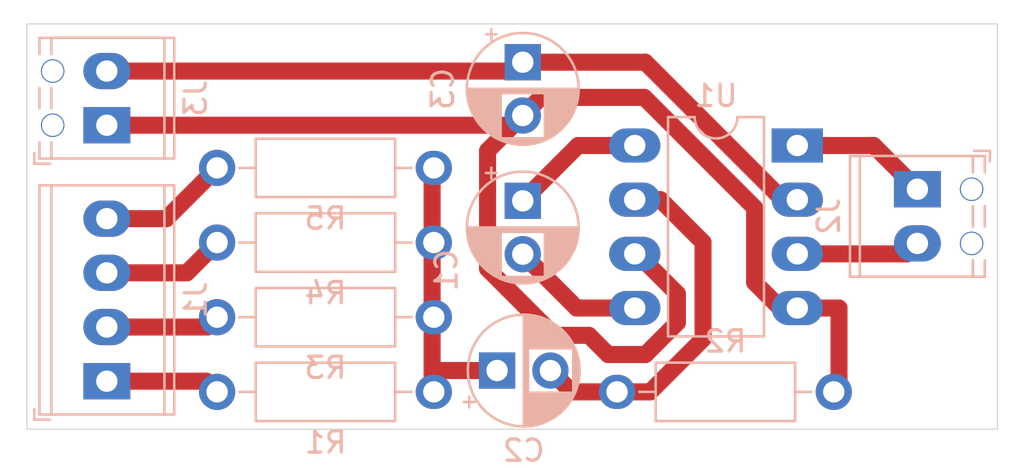
<source format=kicad_pcb>
(kicad_pcb (version 20240108) (generator "pcbnew") (generator_version "8.0")
  (title_block (date "2024-06-26") (rev "1"))
  (layers (0 "F.Cu" signal) (31 "B.Cu" signal) (34 "B.Paste" user) (35 "F.Paste" user) (36 "B.SilkS" user "B.Silkscreen") (37 "F.SilkS" user "F.Silkscreen") (38 "B.Mask" user) (39 "F.Mask" user) (44 "Edge.Cuts" user))
  (net 0 "")
  (net 1 "Net-(U1A--)")
  (net 2 "Net-(U1B--)")
  (net 3 "Net-(U1A-+)")
  (net 4 "Net-(C2-Pad1)")
  (net 5 "+5V")
  (net 6 "GND")
  (net 7 "Net-(J1-Pin_1)")
  (net 8 "Net-(J1-Pin_2)")
  (net 9 "Net-(J2-Pin_1)")
  (net 10 "Net-(J2-Pin_2)")
  (net 11 "Net-(J1-Pin_3)")
  (net 12 "Net-(J1-Pin_4)")
  (footprint "Package_DIP:DIP-8_W7.62mm_LongPads" (layer "B.Cu") (at 122.12 58.7 180)
    (property "Reference" "U1" (at 3.81 2.33 0) (layer "B.SilkS") (effects (justify mirror)))
    (property "Value" "TDA2822M")
    (fp_line (start 6.06 1.33) (end 6.06 -8.95) (stroke (width 0.12)) (layer "B.SilkS"))
    (fp_line (start 6.06 -8.95) (end 1.56 -8.95) (stroke (width 0.12)) (layer "B.SilkS"))
    (fp_line (start 4.81 1.33) (end 6.06 1.33) (stroke (width 0.12)) (layer "B.SilkS"))
    (fp_line (start 1.56 1.33) (end 2.81 1.33) (stroke (width 0.12)) (layer "B.SilkS"))
    (fp_line (start 1.56 -8.95) (end 1.56 1.33) (stroke (width 0.12)) (layer "B.SilkS"))
    (fp_arc (start 2.81 1.33) (mid 3.81 0.33) (end 4.81 1.33) (stroke (width 0.12)) (layer "B.SilkS"))
    (pad "1" thru_hole rect (at 0 0 180) (size 2.4 1.6) (drill 1) (layers "*.Cu" "*.Mask") (net 9 "Net-(J2-Pin_1)"))
    (pad "2" thru_hole oval (at 0 -2.54 180) (size 2.4 1.6) (drill 1) (layers "*.Cu" "*.Mask") (net 5 "+5V"))
    (pad "3" thru_hole oval (at 0 -5.08 180) (size 2.4 1.6) (drill 1) (layers "*.Cu" "*.Mask") (net 10 "Net-(J2-Pin_2)"))
    (pad "4" thru_hole oval (at 0 -7.62 180) (size 2.4 1.6) (drill 1) (layers "*.Cu" "*.Mask") (net 6 "GND"))
    (pad "5" thru_hole oval (at 7.62 -7.62 180) (size 2.4 1.6) (drill 1) (layers "*.Cu" "*.Mask") (net 2 "Net-(U1B--)"))
    (pad "6" thru_hole oval (at 7.62 -5.08 180) (size 2.4 1.6) (drill 1) (layers "*.Cu" "*.Mask") (net 6 "GND"))
    (pad "7" thru_hole oval (at 7.62 -2.54 180) (size 2.4 1.6) (drill 1) (layers "*.Cu" "*.Mask") (net 3 "Net-(U1A-+)"))
    (pad "8" thru_hole oval (at 7.62 0 180) (size 2.4 1.6) (drill 1) (layers "*.Cu" "*.Mask") (net 1 "Net-(U1A--)"))
  )
  (footprint "Capacitor_THT:CP_Radial_D5.0mm_P2.50mm" (layer "B.Cu") (at 108.044887 69.25)
    (property "Reference" "C2" (at 1.25 3.75 0) (layer "B.SilkS") (effects (justify mirror)))
    (property "Value" "10u")
    (fp_line (start -1.304775 1.225) (end -1.304775 1.725) (stroke (width 0.12)) (layer "B.SilkS"))
    (fp_line (start -1.054775 1.475) (end -1.554775 1.475) (stroke (width 0.12)) (layer "B.SilkS"))
    (fp_line (start 1.25 -2.58) (end 1.25 2.58) (stroke (width 0.12)) (layer "B.SilkS"))
    (fp_line (start 1.29 -2.58) (end 1.29 2.58) (stroke (width 0.12)) (layer "B.SilkS"))
    (fp_line (start 1.33 -2.579) (end 1.33 2.579) (stroke (width 0.12)) (layer "B.SilkS"))
    (fp_line (start 1.37 -2.578) (end 1.37 2.578) (stroke (width 0.12)) (layer "B.SilkS"))
    (fp_line (start 1.41 -2.576) (end 1.41 2.576) (stroke (width 0.12)) (layer "B.SilkS"))
    (fp_line (start 1.45 -2.573) (end 1.45 2.573) (stroke (width 0.12)) (layer "B.SilkS"))
    (fp_line (start 1.49 -2.569) (end 1.49 -1.04) (stroke (width 0.12)) (layer "B.SilkS"))
    (fp_line (start 1.49 1.04) (end 1.49 2.569) (stroke (width 0.12)) (layer "B.SilkS"))
    (fp_line (start 1.53 -2.565) (end 1.53 -1.04) (stroke (width 0.12)) (layer "B.SilkS"))
    (fp_line (start 1.53 1.04) (end 1.53 2.565) (stroke (width 0.12)) (layer "B.SilkS"))
    (fp_line (start 1.57 -2.561) (end 1.57 -1.04) (stroke (width 0.12)) (layer "B.SilkS"))
    (fp_line (start 1.57 1.04) (end 1.57 2.561) (stroke (width 0.12)) (layer "B.SilkS"))
    (fp_line (start 1.61 -2.556) (end 1.61 -1.04) (stroke (width 0.12)) (layer "B.SilkS"))
    (fp_line (start 1.61 1.04) (end 1.61 2.556) (stroke (width 0.12)) (layer "B.SilkS"))
    (fp_line (start 1.65 -2.55) (end 1.65 -1.04) (stroke (width 0.12)) (layer "B.SilkS"))
    (fp_line (start 1.65 1.04) (end 1.65 2.55) (stroke (width 0.12)) (layer "B.SilkS"))
    (fp_line (start 1.69 -2.543) (end 1.69 -1.04) (stroke (width 0.12)) (layer "B.SilkS"))
    (fp_line (start 1.69 1.04) (end 1.69 2.543) (stroke (width 0.12)) (layer "B.SilkS"))
    (fp_line (start 1.73 -2.536) (end 1.73 -1.04) (stroke (width 0.12)) (layer "B.SilkS"))
    (fp_line (start 1.73 1.04) (end 1.73 2.536) (stroke (width 0.12)) (layer "B.SilkS"))
    (fp_line (start 1.77 -2.528) (end 1.77 -1.04) (stroke (width 0.12)) (layer "B.SilkS"))
    (fp_line (start 1.77 1.04) (end 1.77 2.528) (stroke (width 0.12)) (layer "B.SilkS"))
    (fp_line (start 1.81 -2.52) (end 1.81 -1.04) (stroke (width 0.12)) (layer "B.SilkS"))
    (fp_line (start 1.81 1.04) (end 1.81 2.52) (stroke (width 0.12)) (layer "B.SilkS"))
    (fp_line (start 1.85 -2.511) (end 1.85 -1.04) (stroke (width 0.12)) (layer "B.SilkS"))
    (fp_line (start 1.85 1.04) (end 1.85 2.511) (stroke (width 0.12)) (layer "B.SilkS"))
    (fp_line (start 1.89 -2.501) (end 1.89 -1.04) (stroke (width 0.12)) (layer "B.SilkS"))
    (fp_line (start 1.89 1.04) (end 1.89 2.501) (stroke (width 0.12)) (layer "B.SilkS"))
    (fp_line (start 1.93 -2.491) (end 1.93 -1.04) (stroke (width 0.12)) (layer "B.SilkS"))
    (fp_line (start 1.93 1.04) (end 1.93 2.491) (stroke (width 0.12)) (layer "B.SilkS"))
    (fp_line (start 1.971 -2.48) (end 1.971 -1.04) (stroke (width 0.12)) (layer "B.SilkS"))
    (fp_line (start 1.971 1.04) (end 1.971 2.48) (stroke (width 0.12)) (layer "B.SilkS"))
    (fp_line (start 2.011 -2.468) (end 2.011 -1.04) (stroke (width 0.12)) (layer "B.SilkS"))
    (fp_line (start 2.011 1.04) (end 2.011 2.468) (stroke (width 0.12)) (layer "B.SilkS"))
    (fp_line (start 2.051 -2.455) (end 2.051 -1.04) (stroke (width 0.12)) (layer "B.SilkS"))
    (fp_line (start 2.051 1.04) (end 2.051 2.455) (stroke (width 0.12)) (layer "B.SilkS"))
    (fp_line (start 2.091 -2.442) (end 2.091 -1.04) (stroke (width 0.12)) (layer "B.SilkS"))
    (fp_line (start 2.091 1.04) (end 2.091 2.442) (stroke (width 0.12)) (layer "B.SilkS"))
    (fp_line (start 2.131 -2.428) (end 2.131 -1.04) (stroke (width 0.12)) (layer "B.SilkS"))
    (fp_line (start 2.131 1.04) (end 2.131 2.428) (stroke (width 0.12)) (layer "B.SilkS"))
    (fp_line (start 2.171 -2.414) (end 2.171 -1.04) (stroke (width 0.12)) (layer "B.SilkS"))
    (fp_line (start 2.171 1.04) (end 2.171 2.414) (stroke (width 0.12)) (layer "B.SilkS"))
    (fp_line (start 2.211 -2.398) (end 2.211 -1.04) (stroke (width 0.12)) (layer "B.SilkS"))
    (fp_line (start 2.211 1.04) (end 2.211 2.398) (stroke (width 0.12)) (layer "B.SilkS"))
    (fp_line (start 2.251 -2.382) (end 2.251 -1.04) (stroke (width 0.12)) (layer "B.SilkS"))
    (fp_line (start 2.251 1.04) (end 2.251 2.382) (stroke (width 0.12)) (layer "B.SilkS"))
    (fp_line (start 2.291 -2.365) (end 2.291 -1.04) (stroke (width 0.12)) (layer "B.SilkS"))
    (fp_line (start 2.291 1.04) (end 2.291 2.365) (stroke (width 0.12)) (layer "B.SilkS"))
    (fp_line (start 2.331 -2.348) (end 2.331 -1.04) (stroke (width 0.12)) (layer "B.SilkS"))
    (fp_line (start 2.331 1.04) (end 2.331 2.348) (stroke (width 0.12)) (layer "B.SilkS"))
    (fp_line (start 2.371 -2.329) (end 2.371 -1.04) (stroke (width 0.12)) (layer "B.SilkS"))
    (fp_line (start 2.371 1.04) (end 2.371 2.329) (stroke (width 0.12)) (layer "B.SilkS"))
    (fp_line (start 2.411 -2.31) (end 2.411 -1.04) (stroke (width 0.12)) (layer "B.SilkS"))
    (fp_line (start 2.411 1.04) (end 2.411 2.31) (stroke (width 0.12)) (layer "B.SilkS"))
    (fp_line (start 2.451 -2.29) (end 2.451 -1.04) (stroke (width 0.12)) (layer "B.SilkS"))
    (fp_line (start 2.451 1.04) (end 2.451 2.29) (stroke (width 0.12)) (layer "B.SilkS"))
    (fp_line (start 2.491 -2.268) (end 2.491 -1.04) (stroke (width 0.12)) (layer "B.SilkS"))
    (fp_line (start 2.491 1.04) (end 2.491 2.268) (stroke (width 0.12)) (layer "B.SilkS"))
    (fp_line (start 2.531 -2.247) (end 2.531 -1.04) (stroke (width 0.12)) (layer "B.SilkS"))
    (fp_line (start 2.531 1.04) (end 2.531 2.247) (stroke (width 0.12)) (layer "B.SilkS"))
    (fp_line (start 2.571 -2.224) (end 2.571 -1.04) (stroke (width 0.12)) (layer "B.SilkS"))
    (fp_line (start 2.571 1.04) (end 2.571 2.224) (stroke (width 0.12)) (layer "B.SilkS"))
    (fp_line (start 2.611 -2.2) (end 2.611 -1.04) (stroke (width 0.12)) (layer "B.SilkS"))
    (fp_line (start 2.611 1.04) (end 2.611 2.2) (stroke (width 0.12)) (layer "B.SilkS"))
    (fp_line (start 2.651 -2.175) (end 2.651 -1.04) (stroke (width 0.12)) (layer "B.SilkS"))
    (fp_line (start 2.651 1.04) (end 2.651 2.175) (stroke (width 0.12)) (layer "B.SilkS"))
    (fp_line (start 2.691 -2.149) (end 2.691 -1.04) (stroke (width 0.12)) (layer "B.SilkS"))
    (fp_line (start 2.691 1.04) (end 2.691 2.149) (stroke (width 0.12)) (layer "B.SilkS"))
    (fp_line (start 2.731 -2.122) (end 2.731 -1.04) (stroke (width 0.12)) (layer "B.SilkS"))
    (fp_line (start 2.731 1.04) (end 2.731 2.122) (stroke (width 0.12)) (layer "B.SilkS"))
    (fp_line (start 2.771 -2.095) (end 2.771 -1.04) (stroke (width 0.12)) (layer "B.SilkS"))
    (fp_line (start 2.771 1.04) (end 2.771 2.095) (stroke (width 0.12)) (layer "B.SilkS"))
    (fp_line (start 2.811 -2.065) (end 2.811 -1.04) (stroke (width 0.12)) (layer "B.SilkS"))
    (fp_line (start 2.811 1.04) (end 2.811 2.065) (stroke (width 0.12)) (layer "B.SilkS"))
    (fp_line (start 2.851 -2.035) (end 2.851 -1.04) (stroke (width 0.12)) (layer "B.SilkS"))
    (fp_line (start 2.851 1.04) (end 2.851 2.035) (stroke (width 0.12)) (layer "B.SilkS"))
    (fp_line (start 2.891 -2.004) (end 2.891 -1.04) (stroke (width 0.12)) (layer "B.SilkS"))
    (fp_line (start 2.891 1.04) (end 2.891 2.004) (stroke (width 0.12)) (layer "B.SilkS"))
    (fp_line (start 2.931 -1.971) (end 2.931 -1.04) (stroke (width 0.12)) (layer "B.SilkS"))
    (fp_line (start 2.931 1.04) (end 2.931 1.971) (stroke (width 0.12)) (layer "B.SilkS"))
    (fp_line (start 2.971 -1.937) (end 2.971 -1.04) (stroke (width 0.12)) (layer "B.SilkS"))
    (fp_line (start 2.971 1.04) (end 2.971 1.937) (stroke (width 0.12)) (layer "B.SilkS"))
    (fp_line (start 3.011 -1.901) (end 3.011 -1.04) (stroke (width 0.12)) (layer "B.SilkS"))
    (fp_line (start 3.011 1.04) (end 3.011 1.901) (stroke (width 0.12)) (layer "B.SilkS"))
    (fp_line (start 3.051 -1.864) (end 3.051 -1.04) (stroke (width 0.12)) (layer "B.SilkS"))
    (fp_line (start 3.051 1.04) (end 3.051 1.864) (stroke (width 0.12)) (layer "B.SilkS"))
    (fp_line (start 3.091 -1.826) (end 3.091 -1.04) (stroke (width 0.12)) (layer "B.SilkS"))
    (fp_line (start 3.091 1.04) (end 3.091 1.826) (stroke (width 0.12)) (layer "B.SilkS"))
    (fp_line (start 3.131 -1.785) (end 3.131 -1.04) (stroke (width 0.12)) (layer "B.SilkS"))
    (fp_line (start 3.131 1.04) (end 3.131 1.785) (stroke (width 0.12)) (layer "B.SilkS"))
    (fp_line (start 3.171 -1.743) (end 3.171 -1.04) (stroke (width 0.12)) (layer "B.SilkS"))
    (fp_line (start 3.171 1.04) (end 3.171 1.743) (stroke (width 0.12)) (layer "B.SilkS"))
    (fp_line (start 3.211 -1.699) (end 3.211 -1.04) (stroke (width 0.12)) (layer "B.SilkS"))
    (fp_line (start 3.211 1.04) (end 3.211 1.699) (stroke (width 0.12)) (layer "B.SilkS"))
    (fp_line (start 3.251 -1.653) (end 3.251 -1.04) (stroke (width 0.12)) (layer "B.SilkS"))
    (fp_line (start 3.251 1.04) (end 3.251 1.653) (stroke (width 0.12)) (layer "B.SilkS"))
    (fp_line (start 3.291 -1.605) (end 3.291 -1.04) (stroke (width 0.12)) (layer "B.SilkS"))
    (fp_line (start 3.291 1.04) (end 3.291 1.605) (stroke (width 0.12)) (layer "B.SilkS"))
    (fp_line (start 3.331 -1.554) (end 3.331 -1.04) (stroke (width 0.12)) (layer "B.SilkS"))
    (fp_line (start 3.331 1.04) (end 3.331 1.554) (stroke (width 0.12)) (layer "B.SilkS"))
    (fp_line (start 3.371 -1.5) (end 3.371 -1.04) (stroke (width 0.12)) (layer "B.SilkS"))
    (fp_line (start 3.371 1.04) (end 3.371 1.5) (stroke (width 0.12)) (layer "B.SilkS"))
    (fp_line (start 3.411 -1.443) (end 3.411 -1.04) (stroke (width 0.12)) (layer "B.SilkS"))
    (fp_line (start 3.411 1.04) (end 3.411 1.443) (stroke (width 0.12)) (layer "B.SilkS"))
    (fp_line (start 3.451 -1.383) (end 3.451 -1.04) (stroke (width 0.12)) (layer "B.SilkS"))
    (fp_line (start 3.451 1.04) (end 3.451 1.383) (stroke (width 0.12)) (layer "B.SilkS"))
    (fp_line (start 3.491 -1.319) (end 3.491 -1.04) (stroke (width 0.12)) (layer "B.SilkS"))
    (fp_line (start 3.491 1.04) (end 3.491 1.319) (stroke (width 0.12)) (layer "B.SilkS"))
    (fp_line (start 3.531 -1.251) (end 3.531 -1.04) (stroke (width 0.12)) (layer "B.SilkS"))
    (fp_line (start 3.531 1.04) (end 3.531 1.251) (stroke (width 0.12)) (layer "B.SilkS"))
    (fp_line (start 3.571 -1.178) (end 3.571 1.178) (stroke (width 0.12)) (layer "B.SilkS"))
    (fp_line (start 3.611 -1.098) (end 3.611 1.098) (stroke (width 0.12)) (layer "B.SilkS"))
    (fp_line (start 3.651 -1.011) (end 3.651 1.011) (stroke (width 0.12)) (layer "B.SilkS"))
    (fp_line (start 3.691 -0.915) (end 3.691 0.915) (stroke (width 0.12)) (layer "B.SilkS"))
    (fp_line (start 3.731 -0.805) (end 3.731 0.805) (stroke (width 0.12)) (layer "B.SilkS"))
    (fp_line (start 3.771 -0.677) (end 3.771 0.677) (stroke (width 0.12)) (layer "B.SilkS"))
    (fp_line (start 3.811 -0.518) (end 3.811 0.518) (stroke (width 0.12)) (layer "B.SilkS"))
    (fp_line (start 3.851 -0.284) (end 3.851 0.284) (stroke (width 0.12)) (layer "B.SilkS"))
    (fp_circle (center 1.25 0) (end 3.87 0) (stroke (width 0.12)) (fill none) (layer "B.SilkS"))
    (pad "1" thru_hole rect (at 0 0) (size 1.7 1.7) (drill 1) (layers "*.Cu" "*.Mask") (net 4 "Net-(C2-Pad1)"))
    (pad "2" thru_hole circle (at 2.5 0) (size 1.7 1.6) (drill 1) (layers "*.Cu" "*.Mask") (net 3 "Net-(U1A-+)"))
  )
  (footprint "Capacitor_THT:CP_Radial_D5.0mm_P2.50mm" (layer "B.Cu") (at 109.25 54.794888 -90)
    (property "Reference" "C3" (at 1.25 3.75 90) (layer "B.SilkS") (effects (justify mirror)))
    (property "Value" "10u")
    (fp_line (start -1.054775 1.475) (end -1.554775 1.475) (stroke (width 0.12)) (layer "B.SilkS"))
    (fp_line (start -1.304775 1.225) (end -1.304775 1.725) (stroke (width 0.12)) (layer "B.SilkS"))
    (fp_line (start 1.49 1.04) (end 1.49 2.569) (stroke (width 0.12)) (layer "B.SilkS"))
    (fp_line (start 1.53 1.04) (end 1.53 2.565) (stroke (width 0.12)) (layer "B.SilkS"))
    (fp_line (start 1.57 1.04) (end 1.57 2.561) (stroke (width 0.12)) (layer "B.SilkS"))
    (fp_line (start 1.61 1.04) (end 1.61 2.556) (stroke (width 0.12)) (layer "B.SilkS"))
    (fp_line (start 1.65 1.04) (end 1.65 2.55) (stroke (width 0.12)) (layer "B.SilkS"))
    (fp_line (start 1.69 1.04) (end 1.69 2.543) (stroke (width 0.12)) (layer "B.SilkS"))
    (fp_line (start 1.73 1.04) (end 1.73 2.536) (stroke (width 0.12)) (layer "B.SilkS"))
    (fp_line (start 1.77 1.04) (end 1.77 2.528) (stroke (width 0.12)) (layer "B.SilkS"))
    (fp_line (start 1.81 1.04) (end 1.81 2.52) (stroke (width 0.12)) (layer "B.SilkS"))
    (fp_line (start 1.85 1.04) (end 1.85 2.511) (stroke (width 0.12)) (layer "B.SilkS"))
    (fp_line (start 1.89 1.04) (end 1.89 2.501) (stroke (width 0.12)) (layer "B.SilkS"))
    (fp_line (start 1.93 1.04) (end 1.93 2.491) (stroke (width 0.12)) (layer "B.SilkS"))
    (fp_line (start 1.971 1.04) (end 1.971 2.48) (stroke (width 0.12)) (layer "B.SilkS"))
    (fp_line (start 2.011 1.04) (end 2.011 2.468) (stroke (width 0.12)) (layer "B.SilkS"))
    (fp_line (start 2.051 1.04) (end 2.051 2.455) (stroke (width 0.12)) (layer "B.SilkS"))
    (fp_line (start 2.091 1.04) (end 2.091 2.442) (stroke (width 0.12)) (layer "B.SilkS"))
    (fp_line (start 2.131 1.04) (end 2.131 2.428) (stroke (width 0.12)) (layer "B.SilkS"))
    (fp_line (start 2.171 1.04) (end 2.171 2.414) (stroke (width 0.12)) (layer "B.SilkS"))
    (fp_line (start 2.211 1.04) (end 2.211 2.398) (stroke (width 0.12)) (layer "B.SilkS"))
    (fp_line (start 2.251 1.04) (end 2.251 2.382) (stroke (width 0.12)) (layer "B.SilkS"))
    (fp_line (start 2.291 1.04) (end 2.291 2.365) (stroke (width 0.12)) (layer "B.SilkS"))
    (fp_line (start 2.331 1.04) (end 2.331 2.348) (stroke (width 0.12)) (layer "B.SilkS"))
    (fp_line (start 2.371 1.04) (end 2.371 2.329) (stroke (width 0.12)) (layer "B.SilkS"))
    (fp_line (start 2.411 1.04) (end 2.411 2.31) (stroke (width 0.12)) (layer "B.SilkS"))
    (fp_line (start 2.451 1.04) (end 2.451 2.29) (stroke (width 0.12)) (layer "B.SilkS"))
    (fp_line (start 2.491 1.04) (end 2.491 2.268) (stroke (width 0.12)) (layer "B.SilkS"))
    (fp_line (start 2.531 1.04) (end 2.531 2.247) (stroke (width 0.12)) (layer "B.SilkS"))
    (fp_line (start 2.571 1.04) (end 2.571 2.224) (stroke (width 0.12)) (layer "B.SilkS"))
    (fp_line (start 2.611 1.04) (end 2.611 2.2) (stroke (width 0.12)) (layer "B.SilkS"))
    (fp_line (start 2.651 1.04) (end 2.651 2.175) (stroke (width 0.12)) (layer "B.SilkS"))
    (fp_line (start 2.691 1.04) (end 2.691 2.149) (stroke (width 0.12)) (layer "B.SilkS"))
    (fp_line (start 2.731 1.04) (end 2.731 2.122) (stroke (width 0.12)) (layer "B.SilkS"))
    (fp_line (start 2.771 1.04) (end 2.771 2.095) (stroke (width 0.12)) (layer "B.SilkS"))
    (fp_line (start 2.811 1.04) (end 2.811 2.065) (stroke (width 0.12)) (layer "B.SilkS"))
    (fp_line (start 2.851 1.04) (end 2.851 2.035) (stroke (width 0.12)) (layer "B.SilkS"))
    (fp_line (start 2.891 1.04) (end 2.891 2.004) (stroke (width 0.12)) (layer "B.SilkS"))
    (fp_line (start 2.931 1.04) (end 2.931 1.971) (stroke (width 0.12)) (layer "B.SilkS"))
    (fp_line (start 2.971 1.04) (end 2.971 1.937) (stroke (width 0.12)) (layer "B.SilkS"))
    (fp_line (start 3.011 1.04) (end 3.011 1.901) (stroke (width 0.12)) (layer "B.SilkS"))
    (fp_line (start 3.051 1.04) (end 3.051 1.864) (stroke (width 0.12)) (layer "B.SilkS"))
    (fp_line (start 3.091 1.04) (end 3.091 1.826) (stroke (width 0.12)) (layer "B.SilkS"))
    (fp_line (start 3.131 1.04) (end 3.131 1.785) (stroke (width 0.12)) (layer "B.SilkS"))
    (fp_line (start 3.171 1.04) (end 3.171 1.743) (stroke (width 0.12)) (layer "B.SilkS"))
    (fp_line (start 3.211 1.04) (end 3.211 1.699) (stroke (width 0.12)) (layer "B.SilkS"))
    (fp_line (start 3.251 1.04) (end 3.251 1.653) (stroke (width 0.12)) (layer "B.SilkS"))
    (fp_line (start 3.291 1.04) (end 3.291 1.605) (stroke (width 0.12)) (layer "B.SilkS"))
    (fp_line (start 3.331 1.04) (end 3.331 1.554) (stroke (width 0.12)) (layer "B.SilkS"))
    (fp_line (start 3.371 1.04) (end 3.371 1.5) (stroke (width 0.12)) (layer "B.SilkS"))
    (fp_line (start 3.411 1.04) (end 3.411 1.443) (stroke (width 0.12)) (layer "B.SilkS"))
    (fp_line (start 3.451 1.04) (end 3.451 1.383) (stroke (width 0.12)) (layer "B.SilkS"))
    (fp_line (start 3.491 1.04) (end 3.491 1.319) (stroke (width 0.12)) (layer "B.SilkS"))
    (fp_line (start 3.531 1.04) (end 3.531 1.251) (stroke (width 0.12)) (layer "B.SilkS"))
    (fp_line (start 3.851 -0.284) (end 3.851 0.284) (stroke (width 0.12)) (layer "B.SilkS"))
    (fp_line (start 3.811 -0.518) (end 3.811 0.518) (stroke (width 0.12)) (layer "B.SilkS"))
    (fp_line (start 3.771 -0.677) (end 3.771 0.677) (stroke (width 0.12)) (layer "B.SilkS"))
    (fp_line (start 3.731 -0.805) (end 3.731 0.805) (stroke (width 0.12)) (layer "B.SilkS"))
    (fp_line (start 3.691 -0.915) (end 3.691 0.915) (stroke (width 0.12)) (layer "B.SilkS"))
    (fp_line (start 3.651 -1.011) (end 3.651 1.011) (stroke (width 0.12)) (layer "B.SilkS"))
    (fp_line (start 3.611 -1.098) (end 3.611 1.098) (stroke (width 0.12)) (layer "B.SilkS"))
    (fp_line (start 3.571 -1.178) (end 3.571 1.178) (stroke (width 0.12)) (layer "B.SilkS"))
    (fp_line (start 3.531 -1.251) (end 3.531 -1.04) (stroke (width 0.12)) (layer "B.SilkS"))
    (fp_line (start 3.491 -1.319) (end 3.491 -1.04) (stroke (width 0.12)) (layer "B.SilkS"))
    (fp_line (start 3.451 -1.383) (end 3.451 -1.04) (stroke (width 0.12)) (layer "B.SilkS"))
    (fp_line (start 3.411 -1.443) (end 3.411 -1.04) (stroke (width 0.12)) (layer "B.SilkS"))
    (fp_line (start 3.371 -1.5) (end 3.371 -1.04) (stroke (width 0.12)) (layer "B.SilkS"))
    (fp_line (start 3.331 -1.554) (end 3.331 -1.04) (stroke (width 0.12)) (layer "B.SilkS"))
    (fp_line (start 3.291 -1.605) (end 3.291 -1.04) (stroke (width 0.12)) (layer "B.SilkS"))
    (fp_line (start 3.251 -1.653) (end 3.251 -1.04) (stroke (width 0.12)) (layer "B.SilkS"))
    (fp_line (start 3.211 -1.699) (end 3.211 -1.04) (stroke (width 0.12)) (layer "B.SilkS"))
    (fp_line (start 3.171 -1.743) (end 3.171 -1.04) (stroke (width 0.12)) (layer "B.SilkS"))
    (fp_line (start 3.131 -1.785) (end 3.131 -1.04) (stroke (width 0.12)) (layer "B.SilkS"))
    (fp_line (start 3.091 -1.826) (end 3.091 -1.04) (stroke (width 0.12)) (layer "B.SilkS"))
    (fp_line (start 3.051 -1.864) (end 3.051 -1.04) (stroke (width 0.12)) (layer "B.SilkS"))
    (fp_line (start 3.011 -1.901) (end 3.011 -1.04) (stroke (width 0.12)) (layer "B.SilkS"))
    (fp_line (start 2.971 -1.937) (end 2.971 -1.04) (stroke (width 0.12)) (layer "B.SilkS"))
    (fp_line (start 2.931 -1.971) (end 2.931 -1.04) (stroke (width 0.12)) (layer "B.SilkS"))
    (fp_line (start 2.891 -2.004) (end 2.891 -1.04) (stroke (width 0.12)) (layer "B.SilkS"))
    (fp_line (start 2.851 -2.035) (end 2.851 -1.04) (stroke (width 0.12)) (layer "B.SilkS"))
    (fp_line (start 2.811 -2.065) (end 2.811 -1.04) (stroke (width 0.12)) (layer "B.SilkS"))
    (fp_line (start 2.771 -2.095) (end 2.771 -1.04) (stroke (width 0.12)) (layer "B.SilkS"))
    (fp_line (start 2.731 -2.122) (end 2.731 -1.04) (stroke (width 0.12)) (layer "B.SilkS"))
    (fp_line (start 2.691 -2.149) (end 2.691 -1.04) (stroke (width 0.12)) (layer "B.SilkS"))
    (fp_line (start 2.651 -2.175) (end 2.651 -1.04) (stroke (width 0.12)) (layer "B.SilkS"))
    (fp_line (start 2.611 -2.2) (end 2.611 -1.04) (stroke (width 0.12)) (layer "B.SilkS"))
    (fp_line (start 2.571 -2.224) (end 2.571 -1.04) (stroke (width 0.12)) (layer "B.SilkS"))
    (fp_line (start 2.531 -2.247) (end 2.531 -1.04) (stroke (width 0.12)) (layer "B.SilkS"))
    (fp_line (start 2.491 -2.268) (end 2.491 -1.04) (stroke (width 0.12)) (layer "B.SilkS"))
    (fp_line (start 2.451 -2.29) (end 2.451 -1.04) (stroke (width 0.12)) (layer "B.SilkS"))
    (fp_line (start 2.411 -2.31) (end 2.411 -1.04) (stroke (width 0.12)) (layer "B.SilkS"))
    (fp_line (start 2.371 -2.329) (end 2.371 -1.04) (stroke (width 0.12)) (layer "B.SilkS"))
    (fp_line (start 2.331 -2.348) (end 2.331 -1.04) (stroke (width 0.12)) (layer "B.SilkS"))
    (fp_line (start 2.291 -2.365) (end 2.291 -1.04) (stroke (width 0.12)) (layer "B.SilkS"))
    (fp_line (start 2.251 -2.382) (end 2.251 -1.04) (stroke (width 0.12)) (layer "B.SilkS"))
    (fp_line (start 2.211 -2.398) (end 2.211 -1.04) (stroke (width 0.12)) (layer "B.SilkS"))
    (fp_line (start 2.171 -2.414) (end 2.171 -1.04) (stroke (width 0.12)) (layer "B.SilkS"))
    (fp_line (start 2.131 -2.428) (end 2.131 -1.04) (stroke (width 0.12)) (layer "B.SilkS"))
    (fp_line (start 2.091 -2.442) (end 2.091 -1.04) (stroke (width 0.12)) (layer "B.SilkS"))
    (fp_line (start 2.051 -2.455) (end 2.051 -1.04) (stroke (width 0.12)) (layer "B.SilkS"))
    (fp_line (start 2.011 -2.468) (end 2.011 -1.04) (stroke (width 0.12)) (layer "B.SilkS"))
    (fp_line (start 1.971 -2.48) (end 1.971 -1.04) (stroke (width 0.12)) (layer "B.SilkS"))
    (fp_line (start 1.93 -2.491) (end 1.93 -1.04) (stroke (width 0.12)) (layer "B.SilkS"))
    (fp_line (start 1.89 -2.501) (end 1.89 -1.04) (stroke (width 0.12)) (layer "B.SilkS"))
    (fp_line (start 1.85 -2.511) (end 1.85 -1.04) (stroke (width 0.12)) (layer "B.SilkS"))
    (fp_line (start 1.81 -2.52) (end 1.81 -1.04) (stroke (width 0.12)) (layer "B.SilkS"))
    (fp_line (start 1.77 -2.528) (end 1.77 -1.04) (stroke (width 0.12)) (layer "B.SilkS"))
    (fp_line (start 1.73 -2.536) (end 1.73 -1.04) (stroke (width 0.12)) (layer "B.SilkS"))
    (fp_line (start 1.69 -2.543) (end 1.69 -1.04) (stroke (width 0.12)) (layer "B.SilkS"))
    (fp_line (start 1.65 -2.55) (end 1.65 -1.04) (stroke (width 0.12)) (layer "B.SilkS"))
    (fp_line (start 1.61 -2.556) (end 1.61 -1.04) (stroke (width 0.12)) (layer "B.SilkS"))
    (fp_line (start 1.57 -2.561) (end 1.57 -1.04) (stroke (width 0.12)) (layer "B.SilkS"))
    (fp_line (start 1.53 -2.565) (end 1.53 -1.04) (stroke (width 0.12)) (layer "B.SilkS"))
    (fp_line (start 1.49 -2.569) (end 1.49 -1.04) (stroke (width 0.12)) (layer "B.SilkS"))
    (fp_line (start 1.45 -2.573) (end 1.45 2.573) (stroke (width 0.12)) (layer "B.SilkS"))
    (fp_line (start 1.41 -2.576) (end 1.41 2.576) (stroke (width 0.12)) (layer "B.SilkS"))
    (fp_line (start 1.37 -2.578) (end 1.37 2.578) (stroke (width 0.12)) (layer "B.SilkS"))
    (fp_line (start 1.33 -2.579) (end 1.33 2.579) (stroke (width 0.12)) (layer "B.SilkS"))
    (fp_line (start 1.25 -2.58) (end 1.25 2.58) (stroke (width 0.12)) (layer "B.SilkS"))
    (fp_line (start 1.29 -2.58) (end 1.29 2.58) (stroke (width 0.12)) (layer "B.SilkS"))
    (fp_circle (center 1.25 0) (end 3.87 0) (stroke (width 0.12)) (fill none) (layer "B.SilkS"))
    (pad "1" thru_hole rect (at 0 0 270) (size 1.7 1.7) (drill 1) (layers "*.Cu" "*.Mask") (net 5 "+5V"))
    (pad "2" thru_hole circle (at 2.5 0 270) (size 1.7 1.6) (drill 1) (layers "*.Cu" "*.Mask") (net 6 "GND"))
  )
  (footprint "Resistor_THT:R_Axial_DIN0207_L6.3mm_D2.5mm_P10.16mm_Horizontal" (layer "B.Cu") (at 94.92 66.75)
    (property "Reference" "R3" (at 5.08 2.37 0) (layer "B.SilkS") (effects (justify mirror)))
    (property "Value" "220k")
    (fp_line (start 1.81 -1.37) (end 1.81 1.37) (stroke (width 0.12)) (layer "B.SilkS"))
    (fp_line (start 1.81 0) (end 1.04 0) (stroke (width 0.12)) (layer "B.SilkS"))
    (fp_line (start 1.81 1.37) (end 8.35 1.37) (stroke (width 0.12)) (layer "B.SilkS"))
    (fp_line (start 8.35 -1.37) (end 1.81 -1.37) (stroke (width 0.12)) (layer "B.SilkS"))
    (fp_line (start 8.35 0) (end 9.12 0) (stroke (width 0.12)) (layer "B.SilkS"))
    (fp_line (start 8.35 1.37) (end 8.35 -1.37) (stroke (width 0.12)) (layer "B.SilkS"))
    (pad "1" thru_hole circle (at 0 0) (size 1.7 1.6) (drill 1) (layers "*.Cu" "*.Mask") (net 8 "Net-(J1-Pin_2)"))
    (pad "2" thru_hole oval (at 10.16 0) (size 1.7 1.6) (drill 1) (layers "*.Cu" "*.Mask") (net 4 "Net-(C2-Pad1)"))
  )
  (footprint "Resistor_THT:R_Axial_DIN0207_L6.3mm_D2.5mm_P10.16mm_Horizontal" (layer "B.Cu") (at 94.92 59.75)
    (property "Reference" "R5" (at 5.08 2.37 0) (layer "B.SilkS") (effects (justify mirror)))
    (property "Value" "470k")
    (fp_line (start 1.81 -1.37) (end 1.81 1.37) (stroke (width 0.12)) (layer "B.SilkS"))
    (fp_line (start 1.81 0) (end 1.04 0) (stroke (width 0.12)) (layer "B.SilkS"))
    (fp_line (start 1.81 1.37) (end 8.35 1.37) (stroke (width 0.12)) (layer "B.SilkS"))
    (fp_line (start 8.35 -1.37) (end 1.81 -1.37) (stroke (width 0.12)) (layer "B.SilkS"))
    (fp_line (start 8.35 0) (end 9.12 0) (stroke (width 0.12)) (layer "B.SilkS"))
    (fp_line (start 8.35 1.37) (end 8.35 -1.37) (stroke (width 0.12)) (layer "B.SilkS"))
    (pad "1" thru_hole circle (at 0 0) (size 1.7 1.6) (drill 1) (layers "*.Cu" "*.Mask") (net 12 "Net-(J1-Pin_4)"))
    (pad "2" thru_hole oval (at 10.16 0) (size 1.7 1.6) (drill 1) (layers "*.Cu" "*.Mask") (net 4 "Net-(C2-Pad1)"))
  )
  (footprint "TerminalBlock_Phoenix:TerminalBlock_Phoenix_MPT-0,5-2-2.54_1x02_P2.54mm_Horizontal" (layer "B.Cu") (at 89.75 57.75 90)
    (property "Reference" "J3" (at 1.27 4.16 90) (layer "B.SilkS") (effects (justify mirror)))
    (property "Value" "Power Input")
    (fp_line (start -1.3 -3.4) (end -1.8 -3.4) (stroke (width 0.12)) (layer "B.SilkS"))
    (fp_line (start -1.8 -3.4) (end -1.8 -2.66) (stroke (width 0.12)) (layer "B.SilkS"))
    (fp_line (start 4.1 -3.16) (end 3.33 -3.16) (stroke (width 0.12)) (layer "B.SilkS"))
    (fp_line (start 4.1 -3.16) (end 4.1 3.16) (stroke (width 0.12)) (layer "B.SilkS"))
    (fp_line (start 1.75 -3.16) (end 0.79 -3.16) (stroke (width 0.12)) (layer "B.SilkS"))
    (fp_line (start -0.79 -3.16) (end -1.56 -3.16) (stroke (width 0.12)) (layer "B.SilkS"))
    (fp_line (start -1.56 -3.16) (end -1.56 3.16) (stroke (width 0.12)) (layer "B.SilkS"))
    (fp_line (start 4.1 -2.6) (end 3.33 -2.6) (stroke (width 0.12)) (layer "B.SilkS"))
    (fp_line (start 1.75 -2.6) (end 0.79 -2.6) (stroke (width 0.12)) (layer "B.SilkS"))
    (fp_line (start -0.79 -2.6) (end -1.56 -2.6) (stroke (width 0.12)) (layer "B.SilkS"))
    (fp_line (start 4.1 2.7) (end -1.56 2.7) (stroke (width 0.12)) (layer "B.SilkS"))
    (fp_line (start 4.1 3.16) (end -1.56 3.16) (stroke (width 0.12)) (layer "B.SilkS"))
    (pad "" np_thru_hole circle (at 0 -2.54 90) (size 1.1 1.1) (drill 1) (layers "*.Cu" "*.Mask"))
    (pad "" np_thru_hole circle (at 2.54 -2.54 90) (size 1.1 1.1) (drill 1) (layers "*.Cu" "*.Mask"))
    (pad "1" thru_hole rect (at 0 0 90) (size 1.7 2.2) (drill 1) (layers "*.Cu" "*.Mask") (net 6 "GND"))
    (pad "2" thru_hole oval (at 2.54 0 90) (size 1.7 2.2) (drill 1) (layers "*.Cu" "*.Mask") (net 5 "+5V"))
  )
  (footprint "TerminalBlock_Phoenix:TerminalBlock_Phoenix_MPT-0,5-2-2.54_1x02_P2.54mm_Horizontal" (layer "B.Cu") (at 127.75 60.75 -90)
    (property "Reference" "J2" (at 1.27 4.16 90) (layer "B.SilkS") (effects (justify mirror)))
    (property "Value" "Speaker Out")
    (fp_line (start 4.1 3.16) (end -1.56 3.16) (stroke (width 0.12)) (layer "B.SilkS"))
    (fp_line (start 4.1 2.7) (end -1.56 2.7) (stroke (width 0.12)) (layer "B.SilkS"))
    (fp_line (start -0.79 -2.6) (end -1.56 -2.6) (stroke (width 0.12)) (layer "B.SilkS"))
    (fp_line (start 1.75 -2.6) (end 0.79 -2.6) (stroke (width 0.12)) (layer "B.SilkS"))
    (fp_line (start 4.1 -2.6) (end 3.33 -2.6) (stroke (width 0.12)) (layer "B.SilkS"))
    (fp_line (start -1.56 -3.16) (end -1.56 3.16) (stroke (width 0.12)) (layer "B.SilkS"))
    (fp_line (start -0.79 -3.16) (end -1.56 -3.16) (stroke (width 0.12)) (layer "B.SilkS"))
    (fp_line (start 1.75 -3.16) (end 0.79 -3.16) (stroke (width 0.12)) (layer "B.SilkS"))
    (fp_line (start 4.1 -3.16) (end 4.1 3.16) (stroke (width 0.12)) (layer "B.SilkS"))
    (fp_line (start 4.1 -3.16) (end 3.33 -3.16) (stroke (width 0.12)) (layer "B.SilkS"))
    (fp_line (start -1.8 -3.4) (end -1.8 -2.66) (stroke (width 0.12)) (layer "B.SilkS"))
    (fp_line (start -1.3 -3.4) (end -1.8 -3.4) (stroke (width 0.12)) (layer "B.SilkS"))
    (pad "" np_thru_hole circle (at 0 -2.54 270) (size 1.1 1.1) (drill 1) (layers "*.Cu" "*.Mask"))
    (pad "" np_thru_hole circle (at 2.54 -2.54 270) (size 1.1 1.1) (drill 1) (layers "*.Cu" "*.Mask"))
    (pad "1" thru_hole rect (at 0 0 270) (size 1.7 2.2) (drill 1) (layers "*.Cu" "*.Mask") (net 9 "Net-(J2-Pin_1)"))
    (pad "2" thru_hole oval (at 2.54 0 270) (size 1.7 2.2) (drill 1) (layers "*.Cu" "*.Mask") (net 10 "Net-(J2-Pin_2)"))
  )
  (footprint "Resistor_THT:R_Axial_DIN0207_L6.3mm_D2.5mm_P10.16mm_Horizontal" (layer "B.Cu") (at 94.92 63.25)
    (property "Reference" "R4" (at 5.08 2.37 0) (layer "B.SilkS") (effects (justify mirror)))
    (property "Value" "220k")
    (fp_line (start 1.81 -1.37) (end 1.81 1.37) (stroke (width 0.12)) (layer "B.SilkS"))
    (fp_line (start 1.81 0) (end 1.04 0) (stroke (width 0.12)) (layer "B.SilkS"))
    (fp_line (start 1.81 1.37) (end 8.35 1.37) (stroke (width 0.12)) (layer "B.SilkS"))
    (fp_line (start 8.35 -1.37) (end 1.81 -1.37) (stroke (width 0.12)) (layer "B.SilkS"))
    (fp_line (start 8.35 0) (end 9.12 0) (stroke (width 0.12)) (layer "B.SilkS"))
    (fp_line (start 8.35 1.37) (end 8.35 -1.37) (stroke (width 0.12)) (layer "B.SilkS"))
    (pad "1" thru_hole circle (at 0 0) (size 1.7 1.6) (drill 1) (layers "*.Cu" "*.Mask") (net 11 "Net-(J1-Pin_3)"))
    (pad "2" thru_hole oval (at 10.16 0) (size 1.7 1.6) (drill 1) (layers "*.Cu" "*.Mask") (net 4 "Net-(C2-Pad1)"))
  )
  (footprint "Resistor_THT:R_Axial_DIN0207_L6.3mm_D2.5mm_P10.16mm_Horizontal" (layer "B.Cu") (at 94.92 70.25)
    (property "Reference" "R1" (at 5.08 2.37 0) (layer "B.SilkS") (effects (justify mirror)))
    (property "Value" "220k")
    (fp_line (start 1.81 -1.37) (end 1.81 1.37) (stroke (width 0.12)) (layer "B.SilkS"))
    (fp_line (start 1.81 0) (end 1.04 0) (stroke (width 0.12)) (layer "B.SilkS"))
    (fp_line (start 1.81 1.37) (end 8.35 1.37) (stroke (width 0.12)) (layer "B.SilkS"))
    (fp_line (start 8.35 -1.37) (end 1.81 -1.37) (stroke (width 0.12)) (layer "B.SilkS"))
    (fp_line (start 8.35 0) (end 9.12 0) (stroke (width 0.12)) (layer "B.SilkS"))
    (fp_line (start 8.35 1.37) (end 8.35 -1.37) (stroke (width 0.12)) (layer "B.SilkS"))
    (pad "1" thru_hole circle (at 0 0) (size 1.7 1.6) (drill 1) (layers "*.Cu" "*.Mask") (net 7 "Net-(J1-Pin_1)"))
    (pad "2" thru_hole oval (at 10.16 0) (size 1.7 1.6) (drill 1) (layers "*.Cu" "*.Mask") (net 4 "Net-(C2-Pad1)"))
  )
  (footprint "Capacitor_THT:CP_Radial_D5.0mm_P2.50mm" (layer "B.Cu") (at 109.25 61.294888 -90)
    (property "Reference" "C1" (at 3.25 3.58 90) (layer "B.SilkS") (effects (justify mirror)))
    (property "Value" "10u")
    (fp_line (start -1.054775 1.475) (end -1.554775 1.475) (stroke (width 0.12)) (layer "B.SilkS"))
    (fp_line (start -1.304775 1.225) (end -1.304775 1.725) (stroke (width 0.12)) (layer "B.SilkS"))
    (fp_line (start 1.49 1.04) (end 1.49 2.569) (stroke (width 0.12)) (layer "B.SilkS"))
    (fp_line (start 1.53 1.04) (end 1.53 2.565) (stroke (width 0.12)) (layer "B.SilkS"))
    (fp_line (start 1.57 1.04) (end 1.57 2.561) (stroke (width 0.12)) (layer "B.SilkS"))
    (fp_line (start 1.61 1.04) (end 1.61 2.556) (stroke (width 0.12)) (layer "B.SilkS"))
    (fp_line (start 1.65 1.04) (end 1.65 2.55) (stroke (width 0.12)) (layer "B.SilkS"))
    (fp_line (start 1.69 1.04) (end 1.69 2.543) (stroke (width 0.12)) (layer "B.SilkS"))
    (fp_line (start 1.73 1.04) (end 1.73 2.536) (stroke (width 0.12)) (layer "B.SilkS"))
    (fp_line (start 1.77 1.04) (end 1.77 2.528) (stroke (width 0.12)) (layer "B.SilkS"))
    (fp_line (start 1.81 1.04) (end 1.81 2.52) (stroke (width 0.12)) (layer "B.SilkS"))
    (fp_line (start 1.85 1.04) (end 1.85 2.511) (stroke (width 0.12)) (layer "B.SilkS"))
    (fp_line (start 1.89 1.04) (end 1.89 2.501) (stroke (width 0.12)) (layer "B.SilkS"))
    (fp_line (start 1.93 1.04) (end 1.93 2.491) (stroke (width 0.12)) (layer "B.SilkS"))
    (fp_line (start 1.971 1.04) (end 1.971 2.48) (stroke (width 0.12)) (layer "B.SilkS"))
    (fp_line (start 2.011 1.04) (end 2.011 2.468) (stroke (width 0.12)) (layer "B.SilkS"))
    (fp_line (start 2.051 1.04) (end 2.051 2.455) (stroke (width 0.12)) (layer "B.SilkS"))
    (fp_line (start 2.091 1.04) (end 2.091 2.442) (stroke (width 0.12)) (layer "B.SilkS"))
    (fp_line (start 2.131 1.04) (end 2.131 2.428) (stroke (width 0.12)) (layer "B.SilkS"))
    (fp_line (start 2.171 1.04) (end 2.171 2.414) (stroke (width 0.12)) (layer "B.SilkS"))
    (fp_line (start 2.211 1.04) (end 2.211 2.398) (stroke (width 0.12)) (layer "B.SilkS"))
    (fp_line (start 2.251 1.04) (end 2.251 2.382) (stroke (width 0.12)) (layer "B.SilkS"))
    (fp_line (start 2.291 1.04) (end 2.291 2.365) (stroke (width 0.12)) (layer "B.SilkS"))
    (fp_line (start 2.331 1.04) (end 2.331 2.348) (stroke (width 0.12)) (layer "B.SilkS"))
    (fp_line (start 2.371 1.04) (end 2.371 2.329) (stroke (width 0.12)) (layer "B.SilkS"))
    (fp_line (start 2.411 1.04) (end 2.411 2.31) (stroke (width 0.12)) (layer "B.SilkS"))
    (fp_line (start 2.451 1.04) (end 2.451 2.29) (stroke (width 0.12)) (layer "B.SilkS"))
    (fp_line (start 2.491 1.04) (end 2.491 2.268) (stroke (width 0.12)) (layer "B.SilkS"))
    (fp_line (start 2.531 1.04) (end 2.531 2.247) (stroke (width 0.12)) (layer "B.SilkS"))
    (fp_line (start 2.571 1.04) (end 2.571 2.224) (stroke (width 0.12)) (layer "B.SilkS"))
    (fp_line (start 2.611 1.04) (end 2.611 2.2) (stroke (width 0.12)) (layer "B.SilkS"))
    (fp_line (start 2.651 1.04) (end 2.651 2.175) (stroke (width 0.12)) (layer "B.SilkS"))
    (fp_line (start 2.691 1.04) (end 2.691 2.149) (stroke (width 0.12)) (layer "B.SilkS"))
    (fp_line (start 2.731 1.04) (end 2.731 2.122) (stroke (width 0.12)) (layer "B.SilkS"))
    (fp_line (start 2.771 1.04) (end 2.771 2.095) (stroke (width 0.12)) (layer "B.SilkS"))
    (fp_line (start 2.811 1.04) (end 2.811 2.065) (stroke (width 0.12)) (layer "B.SilkS"))
    (fp_line (start 2.851 1.04) (end 2.851 2.035) (stroke (width 0.12)) (layer "B.SilkS"))
    (fp_line (start 2.891 1.04) (end 2.891 2.004) (stroke (width 0.12)) (layer "B.SilkS"))
    (fp_line (start 2.931 1.04) (end 2.931 1.971) (stroke (width 0.12)) (layer "B.SilkS"))
    (fp_line (start 2.971 1.04) (end 2.971 1.937) (stroke (width 0.12)) (layer "B.SilkS"))
    (fp_line (start 3.011 1.04) (end 3.011 1.901) (stroke (width 0.12)) (layer "B.SilkS"))
    (fp_line (start 3.051 1.04) (end 3.051 1.864) (stroke (width 0.12)) (layer "B.SilkS"))
    (fp_line (start 3.091 1.04) (end 3.091 1.826) (stroke (width 0.12)) (layer "B.SilkS"))
    (fp_line (start 3.131 1.04) (end 3.131 1.785) (stroke (width 0.12)) (layer "B.SilkS"))
    (fp_line (start 3.171 1.04) (end 3.171 1.743) (stroke (width 0.12)) (layer "B.SilkS"))
    (fp_line (start 3.211 1.04) (end 3.211 1.699) (stroke (width 0.12)) (layer "B.SilkS"))
    (fp_line (start 3.251 1.04) (end 3.251 1.653) (stroke (width 0.12)) (layer "B.SilkS"))
    (fp_line (start 3.291 1.04) (end 3.291 1.605) (stroke (width 0.12)) (layer "B.SilkS"))
    (fp_line (start 3.331 1.04) (end 3.331 1.554) (stroke (width 0.12)) (layer "B.SilkS"))
    (fp_line (start 3.371 1.04) (end 3.371 1.5) (stroke (width 0.12)) (layer "B.SilkS"))
    (fp_line (start 3.411 1.04) (end 3.411 1.443) (stroke (width 0.12)) (layer "B.SilkS"))
    (fp_line (start 3.451 1.04) (end 3.451 1.383) (stroke (width 0.12)) (layer "B.SilkS"))
    (fp_line (start 3.491 1.04) (end 3.491 1.319) (stroke (width 0.12)) (layer "B.SilkS"))
    (fp_line (start 3.531 1.04) (end 3.531 1.251) (stroke (width 0.12)) (layer "B.SilkS"))
    (fp_line (start 3.851 -0.284) (end 3.851 0.284) (stroke (width 0.12)) (layer "B.SilkS"))
    (fp_line (start 3.811 -0.518) (end 3.811 0.518) (stroke (width 0.12)) (layer "B.SilkS"))
    (fp_line (start 3.771 -0.677) (end 3.771 0.677) (stroke (width 0.12)) (layer "B.SilkS"))
    (fp_line (start 3.731 -0.805) (end 3.731 0.805) (stroke (width 0.12)) (layer "B.SilkS"))
    (fp_line (start 3.691 -0.915) (end 3.691 0.915) (stroke (width 0.12)) (layer "B.SilkS"))
    (fp_line (start 3.651 -1.011) (end 3.651 1.011) (stroke (width 0.12)) (layer "B.SilkS"))
    (fp_line (start 3.611 -1.098) (end 3.611 1.098) (stroke (width 0.12)) (layer "B.SilkS"))
    (fp_line (start 3.571 -1.178) (end 3.571 1.178) (stroke (width 0.12)) (layer "B.SilkS"))
    (fp_line (start 3.531 -1.251) (end 3.531 -1.04) (stroke (width 0.12)) (layer "B.SilkS"))
    (fp_line (start 3.491 -1.319) (end 3.491 -1.04) (stroke (width 0.12)) (layer "B.SilkS"))
    (fp_line (start 3.451 -1.383) (end 3.451 -1.04) (stroke (width 0.12)) (layer "B.SilkS"))
    (fp_line (start 3.411 -1.443) (end 3.411 -1.04) (stroke (width 0.12)) (layer "B.SilkS"))
    (fp_line (start 3.371 -1.5) (end 3.371 -1.04) (stroke (width 0.12)) (layer "B.SilkS"))
    (fp_line (start 3.331 -1.554) (end 3.331 -1.04) (stroke (width 0.12)) (layer "B.SilkS"))
    (fp_line (start 3.291 -1.605) (end 3.291 -1.04) (stroke (width 0.12)) (layer "B.SilkS"))
    (fp_line (start 3.251 -1.653) (end 3.251 -1.04) (stroke (width 0.12)) (layer "B.SilkS"))
    (fp_line (start 3.211 -1.699) (end 3.211 -1.04) (stroke (width 0.12)) (layer "B.SilkS"))
    (fp_line (start 3.171 -1.743) (end 3.171 -1.04) (stroke (width 0.12)) (layer "B.SilkS"))
    (fp_line (start 3.131 -1.785) (end 3.131 -1.04) (stroke (width 0.12)) (layer "B.SilkS"))
    (fp_line (start 3.091 -1.826) (end 3.091 -1.04) (stroke (width 0.12)) (layer "B.SilkS"))
    (fp_line (start 3.051 -1.864) (end 3.051 -1.04) (stroke (width 0.12)) (layer "B.SilkS"))
    (fp_line (start 3.011 -1.901) (end 3.011 -1.04) (stroke (width 0.12)) (layer "B.SilkS"))
    (fp_line (start 2.971 -1.937) (end 2.971 -1.04) (stroke (width 0.12)) (layer "B.SilkS"))
    (fp_line (start 2.931 -1.971) (end 2.931 -1.04) (stroke (width 0.12)) (layer "B.SilkS"))
    (fp_line (start 2.891 -2.004) (end 2.891 -1.04) (stroke (width 0.12)) (layer "B.SilkS"))
    (fp_line (start 2.851 -2.035) (end 2.851 -1.04) (stroke (width 0.12)) (layer "B.SilkS"))
    (fp_line (start 2.811 -2.065) (end 2.811 -1.04) (stroke (width 0.12)) (layer "B.SilkS"))
    (fp_line (start 2.771 -2.095) (end 2.771 -1.04) (stroke (width 0.12)) (layer "B.SilkS"))
    (fp_line (start 2.731 -2.122) (end 2.731 -1.04) (stroke (width 0.12)) (layer "B.SilkS"))
    (fp_line (start 2.691 -2.149) (end 2.691 -1.04) (stroke (width 0.12)) (layer "B.SilkS"))
    (fp_line (start 2.651 -2.175) (end 2.651 -1.04) (stroke (width 0.12)) (layer "B.SilkS"))
    (fp_line (start 2.611 -2.2) (end 2.611 -1.04) (stroke (width 0.12)) (layer "B.SilkS"))
    (fp_line (start 2.571 -2.224) (end 2.571 -1.04) (stroke (width 0.12)) (layer "B.SilkS"))
    (fp_line (start 2.531 -2.247) (end 2.531 -1.04) (stroke (width 0.12)) (layer "B.SilkS"))
    (fp_line (start 2.491 -2.268) (end 2.491 -1.04) (stroke (width 0.12)) (layer "B.SilkS"))
    (fp_line (start 2.451 -2.29) (end 2.451 -1.04) (stroke (width 0.12)) (layer "B.SilkS"))
    (fp_line (start 2.411 -2.31) (end 2.411 -1.04) (stroke (width 0.12)) (layer "B.SilkS"))
    (fp_line (start 2.371 -2.329) (end 2.371 -1.04) (stroke (width 0.12)) (layer "B.SilkS"))
    (fp_line (start 2.331 -2.348) (end 2.331 -1.04) (stroke (width 0.12)) (layer "B.SilkS"))
    (fp_line (start 2.291 -2.365) (end 2.291 -1.04) (stroke (width 0.12)) (layer "B.SilkS"))
    (fp_line (start 2.251 -2.382) (end 2.251 -1.04) (stroke (width 0.12)) (layer "B.SilkS"))
    (fp_line (start 2.211 -2.398) (end 2.211 -1.04) (stroke (width 0.12)) (layer "B.SilkS"))
    (fp_line (start 2.171 -2.414) (end 2.171 -1.04) (stroke (width 0.12)) (layer "B.SilkS"))
    (fp_line (start 2.131 -2.428) (end 2.131 -1.04) (stroke (width 0.12)) (layer "B.SilkS"))
    (fp_line (start 2.091 -2.442) (end 2.091 -1.04) (stroke (width 0.12)) (layer "B.SilkS"))
    (fp_line (start 2.051 -2.455) (end 2.051 -1.04) (stroke (width 0.12)) (layer "B.SilkS"))
    (fp_line (start 2.011 -2.468) (end 2.011 -1.04) (stroke (width 0.12)) (layer "B.SilkS"))
    (fp_line (start 1.971 -2.48) (end 1.971 -1.04) (stroke (width 0.12)) (layer "B.SilkS"))
    (fp_line (start 1.93 -2.491) (end 1.93 -1.04) (stroke (width 0.12)) (layer "B.SilkS"))
    (fp_line (start 1.89 -2.501) (end 1.89 -1.04) (stroke (width 0.12)) (layer "B.SilkS"))
    (fp_line (start 1.85 -2.511) (end 1.85 -1.04) (stroke (width 0.12)) (layer "B.SilkS"))
    (fp_line (start 1.81 -2.52) (end 1.81 -1.04) (stroke (width 0.12)) (layer "B.SilkS"))
    (fp_line (start 1.77 -2.528) (end 1.77 -1.04) (stroke (width 0.12)) (layer "B.SilkS"))
    (fp_line (start 1.73 -2.536) (end 1.73 -1.04) (stroke (width 0.12)) (layer "B.SilkS"))
    (fp_line (start 1.69 -2.543) (end 1.69 -1.04) (stroke (width 0.12)) (layer "B.SilkS"))
    (fp_line (start 1.65 -2.55) (end 1.65 -1.04) (stroke (width 0.12)) (layer "B.SilkS"))
    (fp_line (start 1.61 -2.556) (end 1.61 -1.04) (stroke (width 0.12)) (layer "B.SilkS"))
    (fp_line (start 1.57 -2.561) (end 1.57 -1.04) (stroke (width 0.12)) (layer "B.SilkS"))
    (fp_line (start 1.53 -2.565) (end 1.53 -1.04) (stroke (width 0.12)) (layer "B.SilkS"))
    (fp_line (start 1.49 -2.569) (end 1.49 -1.04) (stroke (width 0.12)) (layer "B.SilkS"))
    (fp_line (start 1.45 -2.573) (end 1.45 2.573) (stroke (width 0.12)) (layer "B.SilkS"))
    (fp_line (start 1.41 -2.576) (end 1.41 2.576) (stroke (width 0.12)) (layer "B.SilkS"))
    (fp_line (start 1.37 -2.578) (end 1.37 2.578) (stroke (width 0.12)) (layer "B.SilkS"))
    (fp_line (start 1.33 -2.579) (end 1.33 2.579) (stroke (width 0.12)) (layer "B.SilkS"))
    (fp_line (start 1.25 -2.58) (end 1.25 2.58) (stroke (width 0.12)) (layer "B.SilkS"))
    (fp_line (start 1.29 -2.58) (end 1.29 2.58) (stroke (width 0.12)) (layer "B.SilkS"))
    (fp_circle (center 1.25 0) (end 3.87 0) (stroke (width 0.12)) (fill none) (layer "B.SilkS"))
    (pad "1" thru_hole rect (at 0 0 270) (size 1.7 1.7) (drill 1) (layers "*.Cu" "*.Mask") (net 1 "Net-(U1A--)"))
    (pad "2" thru_hole circle (at 2.5 0 270) (size 1.7 1.6) (drill 1) (layers "*.Cu" "*.Mask") (net 2 "Net-(U1B--)"))
  )
  (footprint "TerminalBlock_Phoenix:TerminalBlock_Phoenix_MPT-0,5-4-2.54_1x04_P2.54mm_Horizontal" (layer "B.Cu") (at 89.75 69.75 90)
    (property "Reference" "J1" (at 3.81 4.16 90) (layer "B.SilkS") (effects (justify mirror)))
    (property "Value" "Sound Input")
    (fp_line (start -1.3 -3.4) (end -1.8 -3.4) (stroke (width 0.12)) (layer "B.SilkS"))
    (fp_line (start -1.8 -3.4) (end -1.8 -2.66) (stroke (width 0.12)) (layer "B.SilkS"))
    (fp_line (start 9.18 -3.16) (end -1.56 -3.16) (stroke (width 0.12)) (layer "B.SilkS"))
    (fp_line (start 9.18 -3.16) (end 9.18 3.16) (stroke (width 0.12)) (layer "B.SilkS"))
    (fp_line (start -1.56 -3.16) (end -1.56 3.16) (stroke (width 0.12)) (layer "B.SilkS"))
    (fp_line (start 9.18 -2.6) (end -1.56 -2.6) (stroke (width 0.12)) (layer "B.SilkS"))
    (fp_line (start 9.18 2.7) (end -1.56 2.7) (stroke (width 0.12)) (layer "B.SilkS"))
    (fp_line (start 9.18 3.16) (end -1.56 3.16) (stroke (width 0.12)) (layer "B.SilkS"))
    (pad "1" thru_hole rect (at 0 0 90) (size 1.7 2.2) (drill 1) (layers "*.Cu" "*.Mask") (net 7 "Net-(J1-Pin_1)"))
    (pad "2" thru_hole oval (at 2.54 0 90) (size 1.7 2.2) (drill 1) (layers "*.Cu" "*.Mask") (net 8 "Net-(J1-Pin_2)"))
    (pad "3" thru_hole oval (at 5.08 0 90) (size 1.7 2.2) (drill 1) (layers "*.Cu" "*.Mask") (net 11 "Net-(J1-Pin_3)"))
    (pad "4" thru_hole oval (at 7.62 0 90) (size 1.7 2.2) (drill 1) (layers "*.Cu" "*.Mask") (net 12 "Net-(J1-Pin_4)"))
  )
  (footprint "Resistor_THT:R_Axial_DIN0207_L6.3mm_D2.5mm_P10.16mm_Horizontal" (layer "B.Cu") (at 123.83 70.25 180)
    (property "Reference" "R2" (at 5.08 2.37 0) (layer "B.SilkS") (effects (justify mirror)))
    (property "Value" "10k")
    (fp_line (start 8.35 1.37) (end 8.35 -1.37) (stroke (width 0.12)) (layer "B.SilkS"))
    (fp_line (start 8.35 0) (end 9.12 0) (stroke (width 0.12)) (layer "B.SilkS"))
    (fp_line (start 8.35 -1.37) (end 1.81 -1.37) (stroke (width 0.12)) (layer "B.SilkS"))
    (fp_line (start 1.81 1.37) (end 8.35 1.37) (stroke (width 0.12)) (layer "B.SilkS"))
    (fp_line (start 1.81 0) (end 1.04 0) (stroke (width 0.12)) (layer "B.SilkS"))
    (fp_line (start 1.81 -1.37) (end 1.81 1.37) (stroke (width 0.12)) (layer "B.SilkS"))
    (pad "1" thru_hole circle (at 0 0 180) (size 1.7 1.6) (drill 1) (layers "*.Cu" "*.Mask") (net 6 "GND"))
    (pad "2" thru_hole oval (at 10.16 0 180) (size 1.7 1.6) (drill 1) (layers "*.Cu" "*.Mask") (net 3 "Net-(U1A-+)"))
  )
  (gr_rect (start 86 53) (end 131.5 72) (stroke (width 0.05)) (fill none) (layer "Edge.Cuts"))
  (segment (start 114.5 58.7) (end 111.844888 58.7) (width 0.8) (layer "F.Cu") (net 1))
  (segment (start 111.844888 58.7) (end 109.25 61.294888) (width 0.8) (layer "F.Cu") (net 1))
  (segment (start 111.775112 66.32) (end 114.5 66.32) (width 0.8) (layer "F.Cu") (net 2))
  (segment (start 109.25 63.794888) (end 111.775112 66.32) (width 0.8) (layer "F.Cu") (net 2))
  (segment (start 117.7 63.24) (end 117.7 67.77) (width 0.8) (layer "F.Cu") (net 3))
  (segment (start 115.7 61.24) (end 117.7 63.24) (width 0.8) (layer "F.Cu") (net 3))
  (segment (start 111.544887 70.25) (end 110.544887 69.25) (width 0.8) (layer "F.Cu") (net 3))
  (segment (start 115.22 70.25) (end 113.67 70.25) (width 0.8) (layer "F.Cu") (net 3))
  (segment (start 113.67 70.25) (end 111.544887 70.25) (width 0.8) (layer "F.Cu") (net 3))
  (segment (start 117.7 67.77) (end 115.22 70.25) (width 0.8) (layer "F.Cu") (net 3))
  (segment (start 114.5 61.24) (end 115.7 61.24) (width 0.8) (layer "F.Cu") (net 3))
  (segment (start 108.044887 69.25) (end 105 69.25) (width 0.8) (layer "F.Cu") (net 4))
  (segment (start 105 70.17) (end 105 69.25) (width 0.8) (layer "F.Cu") (net 4))
  (segment (start 105 69.25) (end 105 66.83) (width 0.8) (layer "F.Cu") (net 4))
  (segment (start 105 66.67) (end 105 63.33) (width 0.8) (layer "F.Cu") (net 4))
  (segment (start 105 63.17) (end 105 59.83) (width 0.8) (layer "F.Cu") (net 4))
  (segment (start 89.75 55.21) (end 108.834888 55.21) (width 0.8) (layer "F.Cu") (net 5))
  (segment (start 108.834888 55.21) (end 109.25 54.794888) (width 0.8) (layer "F.Cu") (net 5))
  (segment (start 114.991944 54.794888) (end 121.437056 61.24) (width 0.8) (layer "F.Cu") (net 5))
  (segment (start 121.437056 61.24) (end 122.12 61.24) (width 0.8) (layer "F.Cu") (net 5))
  (segment (start 109.25 54.794888) (end 114.991944 54.794888) (width 0.8) (layer "F.Cu") (net 5))
  (segment (start 108.794888 57.75) (end 109.25 57.294888) (width 0.8) (layer "F.Cu") (net 6))
  (segment (start 121.32 66.32) (end 122.12 66.32) (width 0.8) (layer "F.Cu") (net 6))
  (segment (start 114.5 63.78) (end 114.622742 63.78) (width 0.8) (layer "F.Cu") (net 6))
  (segment (start 116.5 67) (end 115 68.5) (width 0.8) (layer "F.Cu") (net 6))
  (segment (start 120.12 65.12) (end 121.32 66.32) (width 0.8) (layer "F.Cu") (net 6))
  (segment (start 122.075 66.32) (end 124.075 66.32) (width 0.8) (layer "F.Cu") (net 6))
  (segment (start 112.35 67.6) (end 110.721659 67.6) (width 0.8) (layer "F.Cu") (net 6))
  (segment (start 124.075 66.32) (end 124.075 70.005) (width 0.8) (layer "F.Cu") (net 6))
  (segment (start 109.25 57.294888) (end 110.1 56.444888) (width 0.8) (layer "F.Cu") (net 6))
  (segment (start 107.6 64.478341) (end 107.6 58.944888) (width 0.8) (layer "F.Cu") (net 6))
  (segment (start 89.75 57.75) (end 108.794888 57.75) (width 0.8) (layer "F.Cu") (net 6))
  (segment (start 113.25 68.5) (end 112.35 67.6) (width 0.8) (layer "F.Cu") (net 6))
  (segment (start 120.12 61.62) (end 120.12 65.12) (width 0.8) (layer "F.Cu") (net 6))
  (segment (start 107.6 58.944888) (end 109.25 57.294888) (width 0.8) (layer "F.Cu") (net 6))
  (segment (start 110.721659 67.6) (end 107.6 64.478341) (width 0.8) (layer "F.Cu") (net 6))
  (segment (start 116.5 65.657258) (end 116.5 67) (width 0.8) (layer "F.Cu") (net 6))
  (segment (start 110.1 56.444888) (end 114.944888 56.444888) (width 0.8) (layer "F.Cu") (net 6))
  (segment (start 115 68.5) (end 113.25 68.5) (width 0.8) (layer "F.Cu") (net 6))
  (segment (start 114.944888 56.444888) (end 120.12 61.62) (width 0.8) (layer "F.Cu") (net 6))
  (segment (start 114.622742 63.78) (end 116.5 65.657258) (width 0.8) (layer "F.Cu") (net 6))
  (segment (start 94.42 69.75) (end 94.92 70.25) (width 0.8) (layer "F.Cu") (net 7))
  (segment (start 89.75 69.75) (end 94.42 69.75) (width 0.8) (layer "F.Cu") (net 7))
  (segment (start 89.75 67.21) (end 94.46 67.21) (width 0.8) (layer "F.Cu") (net 8))
  (segment (start 94.46 67.21) (end 94.92 66.75) (width 0.8) (layer "F.Cu") (net 8))
  (segment (start 125.7 58.7) (end 127.75 60.75) (width 0.8) (layer "F.Cu") (net 9))
  (segment (start 122.12 58.7) (end 125.7 58.7) (width 0.8) (layer "F.Cu") (net 9))
  (segment (start 127.26 63.78) (end 127.75 63.29) (width 0.8) (layer "F.Cu") (net 10))
  (segment (start 122.12 63.78) (end 127.26 63.78) (width 0.8) (layer "F.Cu") (net 10))
  (segment (start 93.5 64.67) (end 94.92 63.25) (width 0.8) (layer "F.Cu") (net 11))
  (segment (start 89.75 64.67) (end 93.5 64.67) (width 0.8) (layer "F.Cu") (net 11))
  (segment (start 92.54 62.13) (end 94.92 59.75) (width 0.8) (layer "F.Cu") (net 12))
  (segment (start 89.75 62.13) (end 92.54 62.13) (width 0.8) (layer "F.Cu") (net 12))
)
</source>
